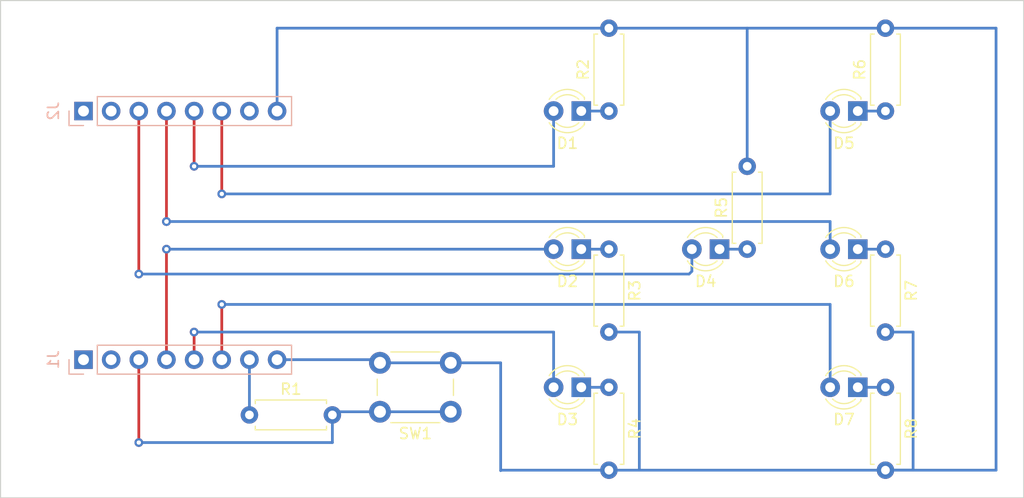
<source format=kicad_pcb>
(kicad_pcb (version 20211014) (generator pcbnew)
  (title_block (title "Dice Game for EFR32MG24 Explorer Kit") (date "2024-08-03") (rev "A"))
  (layers (0 "F.Cu" signal) (31 "B.Cu" signal) (34 "B.Paste" user) (35 "F.Paste" user) (36 "B.SilkS" user "B.Silkscreen") (37 "F.SilkS" user "F.Silkscreen") (38 "B.Mask" user) (39 "F.Mask" user) (44 "Edge.Cuts" user))
  (net 0 "")
  (net 1 "Net-(D1-Pad1)")
  (net 2 "/PB04")
  (net 3 "Net-(D2-Pad1)")
  (net 4 "/PC01")
  (net 5 "Net-(D3-Pad1)")
  (net 6 "/PC02")
  (net 7 "Net-(D4-Pad1)")
  (net 8 "/PD05")
  (net 9 "Net-(D5-Pad1)")
  (net 10 "/PB05")
  (net 11 "Net-(D6-Pad1)")
  (net 12 "/PD04")
  (net 13 "Net-(D7-Pad1)")
  (net 14 "/PC03")
  (net 15 "/PB00")
  (net 16 "/PC08")
  (net 17 "/PC00")
  (net 18 "+3V3")
  (net 19 "GND")
  (net 20 "/PA00")
  (net 21 "/PB01")
  (net 22 "+5V")
  (footprint "LED_THT:LED_D3.0mm" (layer "F.Cu") (at 170.18 78.74 180)
    (fp_text reference "D5" (at 1.27 -2.96) (layer "F.SilkS"))
    (fp_text value "LED")
    (fp_line (start -0.29 -1.236) (end -0.29 -1.08) (layer "F.SilkS") (width 0.12))
    (fp_line (start -0.29 1.08) (end -0.29 1.236) (layer "F.SilkS") (width 0.12))
    (fp_arc (start 0.229039 -1.08) (mid 1.270117 -1.5) (end 2.31113 -1.079837) (layer "F.SilkS") (width 0.12))
    (fp_arc (start -0.29 -1.235516) (mid 1.366487 -1.987659) (end 2.942335 -1.078608) (layer "F.SilkS") (width 0.12))
    (fp_arc (start 2.31113 1.079837) (mid 1.270117 1.5) (end 0.229039 1.08) (layer "F.SilkS") (width 0.12))
    (fp_arc (start 2.942335 1.078608) (mid 1.366487 1.987659) (end -0.29 1.235516) (layer "F.SilkS") (width 0.12))
    (pad "1" thru_hole rect (at 0 0 180) (size 1.8 1.8) (drill 0.9) (layers *.Cu *.Mask) (net 9 "Net-(D5-Pad1)"))
    (pad "2" thru_hole circle (at 2.54 0 180) (size 1.8 1.8) (drill 0.9) (layers *.Cu *.Mask) (net 10 "/PB05"))
  )
  (footprint "Resistor_THT:R_Axial_DIN0207_L6.3mm_D2.5mm_P7.62mm_Horizontal" (layer "F.Cu") (at 147.32 104.14 -90)
    (fp_text reference "R4" (at 3.81 -2.37 90) (layer "F.SilkS"))
    (fp_text value "1K")
    (fp_line (start 7.08 -1.37) (end 7.08 -1.04) (layer "F.SilkS") (width 0.12))
    (fp_line (start 0.54 1.37) (end 7.08 1.37) (layer "F.SilkS") (width 0.12))
    (fp_line (start 0.54 -1.37) (end 7.08 -1.37) (layer "F.SilkS") (width 0.12))
    (fp_line (start 0.54 1.04) (end 0.54 1.37) (layer "F.SilkS") (width 0.12))
    (fp_line (start 0.54 -1.04) (end 0.54 -1.37) (layer "F.SilkS") (width 0.12))
    (fp_line (start 7.08 1.37) (end 7.08 1.04) (layer "F.SilkS") (width 0.12))
    (pad "1" thru_hole circle (at 0 0 270) (size 1.6 1.6) (drill 0.8) (layers *.Cu *.Mask) (net 5 "Net-(D3-Pad1)"))
    (pad "2" thru_hole oval (at 7.62 0 270) (size 1.6 1.6) (drill 0.8) (layers *.Cu *.Mask) (net 19 "GND"))
  )
  (footprint "Resistor_THT:R_Axial_DIN0207_L6.3mm_D2.5mm_P7.62mm_Horizontal" (layer "F.Cu") (at 160.02 91.44 90)
    (fp_text reference "R5" (at 3.81 -2.37 90) (layer "F.SilkS"))
    (fp_text value "1K")
    (fp_line (start 0.54 -1.37) (end 7.08 -1.37) (layer "F.SilkS") (width 0.12))
    (fp_line (start 0.54 1.04) (end 0.54 1.37) (layer "F.SilkS") (width 0.12))
    (fp_line (start 0.54 1.37) (end 7.08 1.37) (layer "F.SilkS") (width 0.12))
    (fp_line (start 7.08 1.37) (end 7.08 1.04) (layer "F.SilkS") (width 0.12))
    (fp_line (start 7.08 -1.37) (end 7.08 -1.04) (layer "F.SilkS") (width 0.12))
    (fp_line (start 0.54 -1.04) (end 0.54 -1.37) (layer "F.SilkS") (width 0.12))
    (pad "1" thru_hole circle (at 0 0 90) (size 1.6 1.6) (drill 0.8) (layers *.Cu *.Mask) (net 7 "Net-(D4-Pad1)"))
    (pad "2" thru_hole oval (at 7.62 0 90) (size 1.6 1.6) (drill 0.8) (layers *.Cu *.Mask) (net 19 "GND"))
  )
  (footprint "LED_THT:LED_D3.0mm" (layer "F.Cu") (at 144.78 91.44 180)
    (fp_text reference "D2" (at 1.27 -2.96) (layer "F.SilkS"))
    (fp_text value "LED")
    (fp_line (start -0.29 -1.236) (end -0.29 -1.08) (layer "F.SilkS") (width 0.12))
    (fp_line (start -0.29 1.08) (end -0.29 1.236) (layer "F.SilkS") (width 0.12))
    (fp_arc (start 2.942335 1.078608) (mid 1.366487 1.987659) (end -0.29 1.235516) (layer "F.SilkS") (width 0.12))
    (fp_arc (start 0.229039 -1.08) (mid 1.270117 -1.5) (end 2.31113 -1.079837) (layer "F.SilkS") (width 0.12))
    (fp_arc (start -0.29 -1.235516) (mid 1.366487 -1.987659) (end 2.942335 -1.078608) (layer "F.SilkS") (width 0.12))
    (fp_arc (start 2.31113 1.079837) (mid 1.270117 1.5) (end 0.229039 1.08) (layer "F.SilkS") (width 0.12))
    (pad "1" thru_hole rect (at 0 0 180) (size 1.8 1.8) (drill 0.9) (layers *.Cu *.Mask) (net 3 "Net-(D2-Pad1)"))
    (pad "2" thru_hole circle (at 2.54 0 180) (size 1.8 1.8) (drill 0.9) (layers *.Cu *.Mask) (net 4 "/PC01"))
  )
  (footprint "LED_THT:LED_D3.0mm" (layer "F.Cu") (at 144.78 78.74 180)
    (fp_text reference "D1" (at 1.27 -2.96) (layer "F.SilkS"))
    (fp_text value "LED")
    (fp_line (start -0.29 1.08) (end -0.29 1.236) (layer "F.SilkS") (width 0.12))
    (fp_line (start -0.29 -1.236) (end -0.29 -1.08) (layer "F.SilkS") (width 0.12))
    (fp_arc (start -0.29 -1.235516) (mid 1.366487 -1.987659) (end 2.942335 -1.078608) (layer "F.SilkS") (width 0.12))
    (fp_arc (start 0.229039 -1.08) (mid 1.270117 -1.5) (end 2.31113 -1.079837) (layer "F.SilkS") (width 0.12))
    (fp_arc (start 2.942335 1.078608) (mid 1.366487 1.987659) (end -0.29 1.235516) (layer "F.SilkS") (width 0.12))
    (fp_arc (start 2.31113 1.079837) (mid 1.270117 1.5) (end 0.229039 1.08) (layer "F.SilkS") (width 0.12))
    (pad "1" thru_hole rect (at 0 0 180) (size 1.8 1.8) (drill 0.9) (layers *.Cu *.Mask) (net 1 "Net-(D1-Pad1)"))
    (pad "2" thru_hole circle (at 2.54 0 180) (size 1.8 1.8) (drill 0.9) (layers *.Cu *.Mask) (net 2 "/PB04"))
  )
  (footprint "Resistor_THT:R_Axial_DIN0207_L6.3mm_D2.5mm_P7.62mm_Horizontal" (layer "F.Cu") (at 172.72 91.44 -90)
    (fp_text reference "R7" (at 3.81 -2.37 90) (layer "F.SilkS"))
    (fp_text value "1K")
    (fp_line (start 7.08 -1.37) (end 7.08 -1.04) (layer "F.SilkS") (width 0.12))
    (fp_line (start 0.54 -1.37) (end 7.08 -1.37) (layer "F.SilkS") (width 0.12))
    (fp_line (start 0.54 1.37) (end 7.08 1.37) (layer "F.SilkS") (width 0.12))
    (fp_line (start 7.08 1.37) (end 7.08 1.04) (layer "F.SilkS") (width 0.12))
    (fp_line (start 0.54 -1.04) (end 0.54 -1.37) (layer "F.SilkS") (width 0.12))
    (fp_line (start 0.54 1.04) (end 0.54 1.37) (layer "F.SilkS") (width 0.12))
    (pad "1" thru_hole circle (at 0 0 270) (size 1.6 1.6) (drill 0.8) (layers *.Cu *.Mask) (net 11 "Net-(D6-Pad1)"))
    (pad "2" thru_hole oval (at 7.62 0 270) (size 1.6 1.6) (drill 0.8) (layers *.Cu *.Mask) (net 19 "GND"))
  )
  (footprint "Button_Switch_THT:SW_PUSH_6mm" (layer "F.Cu") (at 132.79 106.39 180)
    (fp_text reference "SW1" (at 3.25 -2) (layer "F.SilkS"))
    (fp_text value "SW_SPST")
    (fp_line (start 6.75 3) (end 6.75 1.5) (layer "F.SilkS") (width 0.12))
    (fp_line (start -0.25 1.5) (end -0.25 3) (layer "F.SilkS") (width 0.12))
    (fp_line (start 5.5 -1) (end 1 -1) (layer "F.SilkS") (width 0.12))
    (fp_line (start 1 5.5) (end 5.5 5.5) (layer "F.SilkS") (width 0.12))
    (pad "1" thru_hole circle (at 0 0 270) (size 2 2) (drill 1.1) (layers *.Cu *.Mask) (net 17 "/PC00"))
    (pad "1" thru_hole circle (at 6.5 0 270) (size 2 2) (drill 1.1) (layers *.Cu *.Mask) (net 17 "/PC00"))
    (pad "2" thru_hole circle (at 6.5 4.5 270) (size 2 2) (drill 1.1) (layers *.Cu *.Mask) (net 19 "GND"))
    (pad "2" thru_hole circle (at 0 4.5 270) (size 2 2) (drill 1.1) (layers *.Cu *.Mask) (net 19 "GND"))
  )
  (footprint "LED_THT:LED_D3.0mm" (layer "F.Cu") (at 170.18 104.14 180)
    (fp_text reference "D7" (at 1.27 -2.96) (layer "F.SilkS"))
    (fp_text value "LED")
    (fp_line (start -0.29 -1.236) (end -0.29 -1.08) (layer "F.SilkS") (width 0.12))
    (fp_line (start -0.29 1.08) (end -0.29 1.236) (layer "F.SilkS") (width 0.12))
    (fp_arc (start 0.229039 -1.08) (mid 1.270117 -1.5) (end 2.31113 -1.079837) (layer "F.SilkS") (width 0.12))
    (fp_arc (start 2.31113 1.079837) (mid 1.270117 1.5) (end 0.229039 1.08) (layer "F.SilkS") (width 0.12))
    (fp_arc (start -0.29 -1.235516) (mid 1.366487 -1.987659) (end 2.942335 -1.078608) (layer "F.SilkS") (width 0.12))
    (fp_arc (start 2.942335 1.078608) (mid 1.366487 1.987659) (end -0.29 1.235516) (layer "F.SilkS") (width 0.12))
    (pad "1" thru_hole rect (at 0 0 180) (size 1.8 1.8) (drill 0.9) (layers *.Cu *.Mask) (net 13 "Net-(D7-Pad1)"))
    (pad "2" thru_hole circle (at 2.54 0 180) (size 1.8 1.8) (drill 0.9) (layers *.Cu *.Mask) (net 14 "/PC03"))
  )
  (footprint "Resistor_THT:R_Axial_DIN0207_L6.3mm_D2.5mm_P7.62mm_Horizontal" (layer "F.Cu") (at 147.32 91.44 -90)
    (fp_text reference "R3" (at 3.81 -2.37 90) (layer "F.SilkS"))
    (fp_text value "1K")
    (fp_line (start 7.08 1.37) (end 7.08 1.04) (layer "F.SilkS") (width 0.12))
    (fp_line (start 7.08 -1.37) (end 7.08 -1.04) (layer "F.SilkS") (width 0.12))
    (fp_line (start 0.54 -1.04) (end 0.54 -1.37) (layer "F.SilkS") (width 0.12))
    (fp_line (start 0.54 1.04) (end 0.54 1.37) (layer "F.SilkS") (width 0.12))
    (fp_line (start 0.54 1.37) (end 7.08 1.37) (layer "F.SilkS") (width 0.12))
    (fp_line (start 0.54 -1.37) (end 7.08 -1.37) (layer "F.SilkS") (width 0.12))
    (pad "1" thru_hole circle (at 0 0 270) (size 1.6 1.6) (drill 0.8) (layers *.Cu *.Mask) (net 3 "Net-(D2-Pad1)"))
    (pad "2" thru_hole oval (at 7.62 0 270) (size 1.6 1.6) (drill 0.8) (layers *.Cu *.Mask) (net 19 "GND"))
  )
  (footprint "Resistor_THT:R_Axial_DIN0207_L6.3mm_D2.5mm_P7.62mm_Horizontal" (layer "F.Cu") (at 172.72 104.14 -90)
    (fp_text reference "R8" (at 3.81 -2.37 90) (layer "F.SilkS"))
    (fp_text value "1K")
    (fp_line (start 0.54 -1.37) (end 7.08 -1.37) (layer "F.SilkS") (width 0.12))
    (fp_line (start 0.54 1.04) (end 0.54 1.37) (layer "F.SilkS") (width 0.12))
    (fp_line (start 7.08 1.37) (end 7.08 1.04) (layer "F.SilkS") (width 0.12))
    (fp_line (start 0.54 1.37) (end 7.08 1.37) (layer "F.SilkS") (width 0.12))
    (fp_line (start 7.08 -1.37) (end 7.08 -1.04) (layer "F.SilkS") (width 0.12))
    (fp_line (start 0.54 -1.04) (end 0.54 -1.37) (layer "F.SilkS") (width 0.12))
    (pad "1" thru_hole circle (at 0 0 270) (size 1.6 1.6) (drill 0.8) (layers *.Cu *.Mask) (net 13 "Net-(D7-Pad1)"))
    (pad "2" thru_hole oval (at 7.62 0 270) (size 1.6 1.6) (drill 0.8) (layers *.Cu *.Mask) (net 19 "GND"))
  )
  (footprint "LED_THT:LED_D3.0mm" (layer "F.Cu") (at 144.78 104.14 180)
    (fp_text reference "D3" (at 1.27 -2.96) (layer "F.SilkS"))
    (fp_text value "LED")
    (fp_line (start -0.29 -1.236) (end -0.29 -1.08) (layer "F.SilkS") (width 0.12))
    (fp_line (start -0.29 1.08) (end -0.29 1.236) (layer "F.SilkS") (width 0.12))
    (fp_arc (start 0.229039 -1.08) (mid 1.270117 -1.5) (end 2.31113 -1.079837) (layer "F.SilkS") (width 0.12))
    (fp_arc (start -0.29 -1.235516) (mid 1.366487 -1.987659) (end 2.942335 -1.078608) (layer "F.SilkS") (width 0.12))
    (fp_arc (start 2.31113 1.079837) (mid 1.270117 1.5) (end 0.229039 1.08) (layer "F.SilkS") (width 0.12))
    (fp_arc (start 2.942335 1.078608) (mid 1.366487 1.987659) (end -0.29 1.235516) (layer "F.SilkS") (width 0.12))
    (pad "1" thru_hole rect (at 0 0 180) (size 1.8 1.8) (drill 0.9) (layers *.Cu *.Mask) (net 5 "Net-(D3-Pad1)"))
    (pad "2" thru_hole circle (at 2.54 0 180) (size 1.8 1.8) (drill 0.9) (layers *.Cu *.Mask) (net 6 "/PC02"))
  )
  (footprint "Resistor_THT:R_Axial_DIN0207_L6.3mm_D2.5mm_P7.62mm_Horizontal" (layer "F.Cu") (at 147.32 78.74 90)
    (fp_text reference "R2" (at 3.81 -2.37 90) (layer "F.SilkS"))
    (fp_text value "1K")
    (fp_line (start 0.54 -1.04) (end 0.54 -1.37) (layer "F.SilkS") (width 0.12))
    (fp_line (start 7.08 1.37) (end 7.08 1.04) (layer "F.SilkS") (width 0.12))
    (fp_line (start 7.08 -1.37) (end 7.08 -1.04) (layer "F.SilkS") (width 0.12))
    (fp_line (start 0.54 -1.37) (end 7.08 -1.37) (layer "F.SilkS") (width 0.12))
    (fp_line (start 0.54 1.04) (end 0.54 1.37) (layer "F.SilkS") (width 0.12))
    (fp_line (start 0.54 1.37) (end 7.08 1.37) (layer "F.SilkS") (width 0.12))
    (pad "1" thru_hole circle (at 0 0 90) (size 1.6 1.6) (drill 0.8) (layers *.Cu *.Mask) (net 1 "Net-(D1-Pad1)"))
    (pad "2" thru_hole oval (at 7.62 0 90) (size 1.6 1.6) (drill 0.8) (layers *.Cu *.Mask) (net 19 "GND"))
  )
  (footprint "LED_THT:LED_D3.0mm" (layer "F.Cu") (at 170.18 91.44 180)
    (fp_text reference "D6" (at 1.27 -2.96) (layer "F.SilkS"))
    (fp_text value "LED")
    (fp_line (start -0.29 -1.236) (end -0.29 -1.08) (layer "F.SilkS") (width 0.12))
    (fp_line (start -0.29 1.08) (end -0.29 1.236) (layer "F.SilkS") (width 0.12))
    (fp_arc (start 0.229039 -1.08) (mid 1.270117 -1.5) (end 2.31113 -1.079837) (layer "F.SilkS") (width 0.12))
    (fp_arc (start 2.31113 1.079837) (mid 1.270117 1.5) (end 0.229039 1.08) (layer "F.SilkS") (width 0.12))
    (fp_arc (start 2.942335 1.078608) (mid 1.366487 1.987659) (end -0.29 1.235516) (layer "F.SilkS") (width 0.12))
    (fp_arc (start -0.29 -1.235516) (mid 1.366487 -1.987659) (end 2.942335 -1.078608) (layer "F.SilkS") (width 0.12))
    (pad "1" thru_hole rect (at 0 0 180) (size 1.8 1.8) (drill 0.9) (layers *.Cu *.Mask) (net 11 "Net-(D6-Pad1)"))
    (pad "2" thru_hole circle (at 2.54 0 180) (size 1.8 1.8) (drill 0.9) (layers *.Cu *.Mask) (net 12 "/PD04"))
  )
  (footprint "Resistor_THT:R_Axial_DIN0207_L6.3mm_D2.5mm_P7.62mm_Horizontal" (layer "F.Cu") (at 172.72 78.74 90)
    (fp_text reference "R6" (at 3.81 -2.37 90) (layer "F.SilkS"))
    (fp_text value "1K")
    (fp_line (start 0.54 -1.04) (end 0.54 -1.37) (layer "F.SilkS") (width 0.12))
    (fp_line (start 0.54 -1.37) (end 7.08 -1.37) (layer "F.SilkS") (width 0.12))
    (fp_line (start 7.08 -1.37) (end 7.08 -1.04) (layer "F.SilkS") (width 0.12))
    (fp_line (start 0.54 1.37) (end 7.08 1.37) (layer "F.SilkS") (width 0.12))
    (fp_line (start 0.54 1.04) (end 0.54 1.37) (layer "F.SilkS") (width 0.12))
    (fp_line (start 7.08 1.37) (end 7.08 1.04) (layer "F.SilkS") (width 0.12))
    (pad "1" thru_hole circle (at 0 0 90) (size 1.6 1.6) (drill 0.8) (layers *.Cu *.Mask) (net 9 "Net-(D5-Pad1)"))
    (pad "2" thru_hole oval (at 7.62 0 90) (size 1.6 1.6) (drill 0.8) (layers *.Cu *.Mask) (net 19 "GND"))
  )
  (footprint "Resistor_THT:R_Axial_DIN0207_L6.3mm_D2.5mm_P7.62mm_Horizontal" (layer "F.Cu") (at 114.3 106.68)
    (fp_text reference "R1" (at 3.81 -2.37) (layer "F.SilkS"))
    (fp_text value "10K")
    (fp_line (start 7.08 1.37) (end 7.08 1.04) (layer "F.SilkS") (width 0.12))
    (fp_line (start 0.54 1.04) (end 0.54 1.37) (layer "F.SilkS") (width 0.12))
    (fp_line (start 0.54 -1.04) (end 0.54 -1.37) (layer "F.SilkS") (width 0.12))
    (fp_line (start 7.08 -1.37) (end 7.08 -1.04) (layer "F.SilkS") (width 0.12))
    (fp_line (start 0.54 -1.37) (end 7.08 -1.37) (layer "F.SilkS") (width 0.12))
    (fp_line (start 0.54 1.37) (end 7.08 1.37) (layer "F.SilkS") (width 0.12))
    (pad "1" thru_hole circle (at 0 0) (size 1.6 1.6) (drill 0.8) (layers *.Cu *.Mask) (net 18 "+3V3"))
    (pad "2" thru_hole oval (at 7.62 0) (size 1.6 1.6) (drill 0.8) (layers *.Cu *.Mask) (net 17 "/PC00"))
  )
  (footprint "LED_THT:LED_D3.0mm" (layer "F.Cu") (at 157.48 91.44 180)
    (fp_text reference "D4" (at 1.27 -2.96) (layer "F.SilkS"))
    (fp_text value "LED")
    (fp_line (start -0.29 1.08) (end -0.29 1.236) (layer "F.SilkS") (width 0.12))
    (fp_line (start -0.29 -1.236) (end -0.29 -1.08) (layer "F.SilkS") (width 0.12))
    (fp_arc (start 0.229039 -1.08) (mid 1.270117 -1.5) (end 2.31113 -1.079837) (layer "F.SilkS") (width 0.12))
    (fp_arc (start 2.31113 1.079837) (mid 1.270117 1.5) (end 0.229039 1.08) (layer "F.SilkS") (width 0.12))
    (fp_arc (start 2.942335 1.078608) (mid 1.366487 1.987659) (end -0.29 1.235516) (layer "F.SilkS") (width 0.12))
    (fp_arc (start -0.29 -1.235516) (mid 1.366487 -1.987659) (end 2.942335 -1.078608) (layer "F.SilkS") (width 0.12))
    (pad "1" thru_hole rect (at 0 0 180) (size 1.8 1.8) (drill 0.9) (layers *.Cu *.Mask) (net 7 "Net-(D4-Pad1)"))
    (pad "2" thru_hole circle (at 2.54 0 180) (size 1.8 1.8) (drill 0.9) (layers *.Cu *.Mask) (net 8 "/PD05"))
  )
  (footprint "Connector_PinSocket_2.54mm:PinSocket_1x08_P2.54mm_Vertical" (layer "B.Cu") (at 99.06 101.6 -90)
    (fp_text reference "J1" (at 0 2.77 90) (layer "B.SilkS") (effects (justify mirror)))
    (fp_text value "Conn_01x08_Male")
    (fp_line (start -1.33 -1.27) (end 1.33 -1.27) (layer "B.SilkS") (width 0.12))
    (fp_line (start 0 1.33) (end 1.33 1.33) (layer "B.SilkS") (width 0.12))
    (fp_line (start -1.33 -19.11) (end 1.33 -19.11) (layer "B.SilkS") (width 0.12))
    (fp_line (start 1.33 -1.27) (end 1.33 -19.11) (layer "B.SilkS") (width 0.12))
    (fp_line (start -1.33 -1.27) (end -1.33 -19.11) (layer "B.SilkS") (width 0.12))
    (fp_line (start 1.33 1.33) (end 1.33 0) (layer "B.SilkS") (width 0.12))
    (pad "1" thru_hole rect (at 0 0 270) (size 1.7 1.7) (drill 1) (layers *.Cu *.Mask) (net 15 "/PB00"))
    (pad "2" thru_hole oval (at 0 -2.54 270) (size 1.7 1.7) (drill 1) (layers *.Cu *.Mask) (net 16 "/PC08"))
    (pad "3" thru_hole oval (at 0 -5.08 270) (size 1.7 1.7) (drill 1) (layers *.Cu *.Mask) (net 17 "/PC00"))
    (pad "4" thru_hole oval (at 0 -7.62 270) (size 1.7 1.7) (drill 1) (layers *.Cu *.Mask) (net 4 "/PC01"))
    (pad "5" thru_hole oval (at 0 -10.16 270) (size 1.7 1.7) (drill 1) (layers *.Cu *.Mask) (net 6 "/PC02"))
    (pad "6" thru_hole oval (at 0 -12.7 270) (size 1.7 1.7) (drill 1) (layers *.Cu *.Mask) (net 14 "/PC03"))
    (pad "7" thru_hole oval (at 0 -15.24 270) (size 1.7 1.7) (drill 1) (layers *.Cu *.Mask) (net 18 "+3V3"))
    (pad "8" thru_hole oval (at 0 -17.78 270) (size 1.7 1.7) (drill 1) (layers *.Cu *.Mask) (net 19 "GND"))
  )
  (footprint "Connector_PinSocket_2.54mm:PinSocket_1x08_P2.54mm_Vertical" (layer "B.Cu") (at 99.06 78.74 -90)
    (fp_text reference "J2" (at 0 2.77 90) (layer "B.SilkS") (effects (justify mirror)))
    (fp_text value "Conn_01x08_Male")
    (fp_line (start -1.33 -1.27) (end 1.33 -1.27) (layer "B.SilkS") (width 0.12))
    (fp_line (start -1.33 -19.11) (end 1.33 -19.11) (layer "B.SilkS") (width 0.12))
    (fp_line (start -1.33 -1.27) (end -1.33 -19.11) (layer "B.SilkS") (width 0.12))
    (fp_line (start 1.33 -1.27) (end 1.33 -19.11) (layer "B.SilkS") (width 0.12))
    (fp_line (start 0 1.33) (end 1.33 1.33) (layer "B.SilkS") (width 0.12))
    (fp_line (start 1.33 1.33) (end 1.33 0) (layer "B.SilkS") (width 0.12))
    (pad "1" thru_hole rect (at 0 0 270) (size 1.7 1.7) (drill 1) (layers *.Cu *.Mask) (net 20 "/PA00"))
    (pad "2" thru_hole oval (at 0 -2.54 270) (size 1.7 1.7) (drill 1) (layers *.Cu *.Mask) (net 21 "/PB01"))
    (pad "3" thru_hole oval (at 0 -5.08 270) (size 1.7 1.7) (drill 1) (layers *.Cu *.Mask) (net 8 "/PD05"))
    (pad "4" thru_hole oval (at 0 -7.62 270) (size 1.7 1.7) (drill 1) (layers *.Cu *.Mask) (net 12 "/PD04"))
    (pad "5" thru_hole oval (at 0 -10.16 270) (size 1.7 1.7) (drill 1) (layers *.Cu *.Mask) (net 2 "/PB04"))
    (pad "6" thru_hole oval (at 0 -12.7 270) (size 1.7 1.7) (drill 1) (layers *.Cu *.Mask) (net 10 "/PB05"))
    (pad "7" thru_hole oval (at 0 -15.24 270) (size 1.7 1.7) (drill 1) (layers *.Cu *.Mask) (net 22 "+5V"))
    (pad "8" thru_hole oval (at 0 -17.78 270) (size 1.7 1.7) (drill 1) (layers *.Cu *.Mask) (net 19 "GND"))
  )
  (gr_rect (start 91.44 68.58) (end 185.42 114.3) (layer "Edge.Cuts") (width 0.1) (fill none))
  (segment (start 144.78 78.74) (end 147.32 78.74) (width 0.25) (layer "B.Cu") (net 1))
  (segment (start 109.22 78.74) (end 109.22 83.82) (width 0.25) (layer "F.Cu") (net 2))
  (via (at 109.22 83.82) (size 0.8) (drill 0.4) (layers "F.Cu" "B.Cu") (net 2))
  (segment (start 109.22 83.82) (end 142.24 83.82) (width 0.25) (layer "B.Cu") (net 2))
  (segment (start 142.24 83.82) (end 142.24 78.74) (width 0.25) (layer "B.Cu") (net 2))
  (segment (start 144.78 91.44) (end 147.32 91.44) (width 0.25) (layer "B.Cu") (net 3))
  (segment (start 106.68 101.6) (end 106.68 91.44) (width 0.25) (layer "F.Cu") (net 4))
  (via (at 106.68 91.44) (size 0.8) (drill 0.4) (layers "F.Cu" "B.Cu") (net 4))
  (segment (start 106.68 91.44) (end 142.24 91.44) (width 0.25) (layer "B.Cu") (net 4))
  (segment (start 147.32 104.14) (end 144.78 104.14) (width 0.25) (layer "B.Cu") (net 5))
  (segment (start 109.22 101.6) (end 109.22 99.06) (width 0.25) (layer "F.Cu") (net 6))
  (via (at 109.22 99.06) (size 0.8) (drill 0.4) (layers "F.Cu" "B.Cu") (net 6))
  (segment (start 142.24 99.06) (end 142.24 104.14) (width 0.25) (layer "B.Cu") (net 6))
  (segment (start 109.22 99.06) (end 142.24 99.06) (width 0.25) (layer "B.Cu") (net 6))
  (segment (start 157.48 91.44) (end 160.02 91.44) (width 0.25) (layer "B.Cu") (net 7))
  (segment (start 104.14 78.74) (end 104.14 93.726) (width 0.25) (layer "F.Cu") (net 8))
  (via (at 104.14 93.726) (size 0.8) (drill 0.4) (layers "F.Cu" "B.Cu") (net 8))
  (segment (start 154.686 93.726) (end 154.94 93.472) (width 0.25) (layer "B.Cu") (net 8))
  (segment (start 104.14 93.726) (end 154.686 93.726) (width 0.25) (layer "B.Cu") (net 8))
  (segment (start 154.94 93.472) (end 154.94 91.44) (width 0.25) (layer "B.Cu") (net 8))
  (segment (start 170.18 78.74) (end 172.72 78.74) (width 0.25) (layer "B.Cu") (net 9))
  (segment (start 111.76 78.74) (end 111.76 86.36) (width 0.25) (layer "F.Cu") (net 10))
  (via (at 111.76 86.36) (size 0.8) (drill 0.4) (layers "F.Cu" "B.Cu") (net 10))
  (segment (start 111.76 86.36) (end 167.64 86.36) (width 0.25) (layer "B.Cu") (net 10))
  (segment (start 167.64 86.36) (end 167.64 78.74) (width 0.25) (layer "B.Cu") (net 10))
  (segment (start 172.72 91.44) (end 170.18 91.44) (width 0.25) (layer "B.Cu") (net 11))
  (segment (start 106.68 78.74) (end 106.68 88.9) (width 0.25) (layer "F.Cu") (net 12))
  (via (at 106.68 88.9) (size 0.8) (drill 0.4) (layers "F.Cu" "B.Cu") (net 12))
  (via (at 106.68 88.9) (size 0.8) (drill 0.4) (layers "F.Cu" "B.Cu") (net 12))
  (segment (start 167.64 88.9) (end 106.68 88.9) (width 0.25) (layer "B.Cu") (net 12))
  (segment (start 167.64 88.9) (end 167.64 91.44) (width 0.25) (layer "B.Cu") (net 12))
  (segment (start 172.72 104.14) (end 170.18 104.14) (width 0.25) (layer "B.Cu") (net 13))
  (segment (start 111.76 101.6) (end 111.76 96.52) (width 0.25) (layer "F.Cu") (net 14))
  (via (at 111.76 96.52) (size 0.8) (drill 0.4) (layers "F.Cu" "B.Cu") (net 14))
  (segment (start 167.64 96.52) (end 167.64 104.14) (width 0.25) (layer "B.Cu") (net 14))
  (segment (start 111.76 96.52) (end 167.64 96.52) (width 0.25) (layer "B.Cu") (net 14))
  (segment (start 104.14 101.6) (end 104.14 109.22) (width 0.25) (layer "F.Cu") (net 17))
  (via (at 104.14 109.22) (size 0.8) (drill 0.4) (layers "F.Cu" "B.Cu") (net 17))
  (segment (start 126.29 106.39) (end 122.21 106.39) (width 0.25) (layer "B.Cu") (net 17))
  (segment (start 132.79 106.39) (end 126.29 106.39) (width 0.25) (layer "B.Cu") (net 17))
  (segment (start 121.92 106.68) (end 121.92 109.22) (width 0.25) (layer "B.Cu") (net 17))
  (segment (start 121.92 109.22) (end 104.14 109.22) (width 0.25) (layer "B.Cu") (net 17))
  (segment (start 122.21 106.39) (end 121.92 106.68) (width 0.25) (layer "B.Cu") (net 17))
  (segment (start 114.3 106.68) (end 114.3 101.6) (width 0.25) (layer "B.Cu") (net 18))
  (segment (start 175.26 111.76) (end 172.72 111.76) (width 0.25) (layer "B.Cu") (net 19))
  (segment (start 116.84 78.74) (end 116.84 71.12) (width 0.25) (layer "B.Cu") (net 19))
  (segment (start 150.114 99.06) (end 150.114 111.76) (width 0.25) (layer "B.Cu") (net 19))
  (segment (start 182.88 71.12) (end 182.88 111.76) (width 0.25) (layer "B.Cu") (net 19))
  (segment (start 126 101.6) (end 126.29 101.89) (width 0.25) (layer "B.Cu") (net 19))
  (segment (start 175.26 99.06) (end 175.26 111.76) (width 0.25) (layer "B.Cu") (net 19))
  (segment (start 150.114 111.76) (end 172.72 111.76) (width 0.25) (layer "B.Cu") (net 19))
  (segment (start 147.32 71.12) (end 172.72 71.12) (width 0.25) (layer "B.Cu") (net 19))
  (segment (start 126.29 101.89) (end 132.79 101.89) (width 0.25) (layer "B.Cu") (net 19))
  (segment (start 172.72 71.12) (end 182.88 71.12) (width 0.25) (layer "B.Cu") (net 19))
  (segment (start 137.378 101.89) (end 137.378 111.796) (width 0.25) (layer "B.Cu") (net 19))
  (segment (start 147.32 99.06) (end 150.114 99.06) (width 0.25) (layer "B.Cu") (net 19))
  (segment (start 147.32 111.76) (end 150.114 111.76) (width 0.25) (layer "B.Cu") (net 19))
  (segment (start 182.88 111.76) (end 172.72 111.76) (width 0.25) (layer "B.Cu") (net 19))
  (segment (start 137.414 111.76) (end 147.32 111.76) (width 0.25) (layer "B.Cu") (net 19))
  (segment (start 132.79 101.89) (end 137.378 101.89) (width 0.25) (layer "B.Cu") (net 19))
  (segment (start 116.84 71.12) (end 147.32 71.12) (width 0.25) (layer "B.Cu") (net 19))
  (segment (start 116.84 101.6) (end 126 101.6) (width 0.25) (layer "B.Cu") (net 19))
  (segment (start 160.02 83.82) (end 160.02 71.12) (width 0.25) (layer "B.Cu") (net 19))
  (segment (start 137.378 111.796) (end 137.414 111.76) (width 0.25) (layer "B.Cu") (net 19))
  (segment (start 172.72 99.06) (end 175.26 99.06) (width 0.25) (layer "B.Cu") (net 19))
)
</source>
